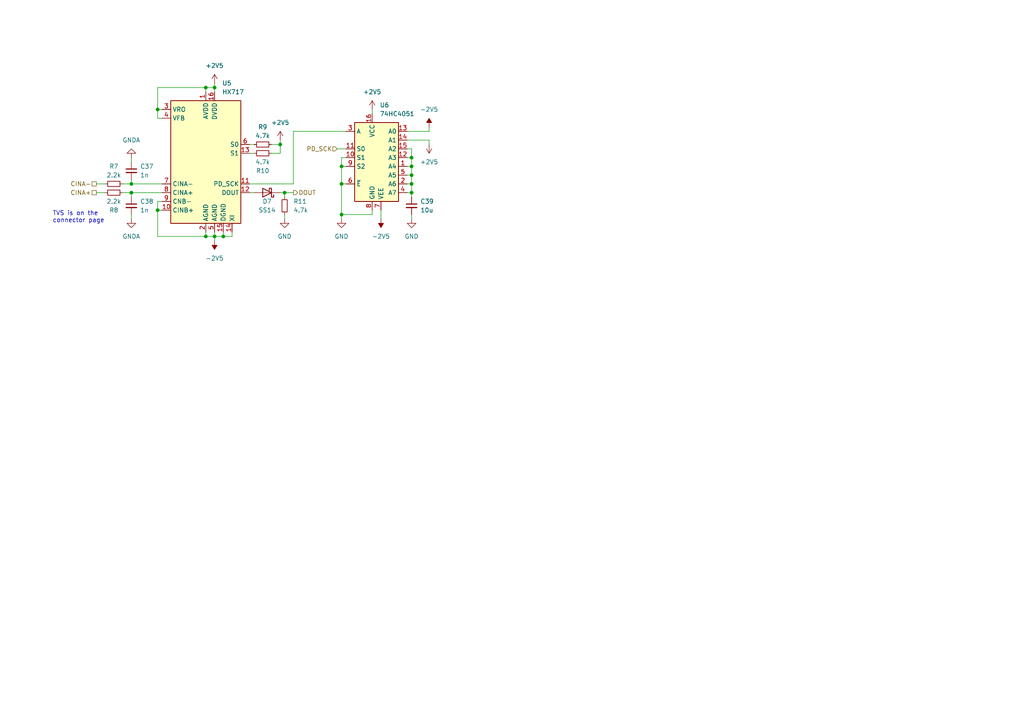
<source format=kicad_sch>
(kicad_sch (version 20230121) (generator eeschema)

  (uuid e1665626-cf12-4b5a-b27f-0015b0036956)

  (paper "A4")

  (title_block
    (title "ADC Sampling")
    (date "2024-01-01")
    (rev "2")
    (company "Yet Another AI Ltd.")
    (comment 1 "Proudly Designed by Shenghao (Delton) DING")
  )

  (lib_symbols
    (symbol "74xx:74HC4051" (in_bom yes) (on_board yes)
      (property "Reference" "U" (at -5.08 11.43 0)
        (effects (font (size 1.27 1.27)))
      )
      (property "Value" "74HC4051" (at -7.62 -13.97 0)
        (effects (font (size 1.27 1.27)))
      )
      (property "Footprint" "" (at 0 -10.16 0)
        (effects (font (size 1.27 1.27)) hide)
      )
      (property "Datasheet" "http://www.ti.com/lit/ds/symlink/cd74hc4051.pdf" (at 0 -10.16 0)
        (effects (font (size 1.27 1.27)) hide)
      )
      (property "ki_keywords" "HCMOS Multiplexer Demultiplexer Analog" (at 0 0 0)
        (effects (font (size 1.27 1.27)) hide)
      )
      (property "ki_description" "8-channel analog multiplexer/demultiplexer, DIP-16/SOIC-16/TSSOP-16" (at 0 0 0)
        (effects (font (size 1.27 1.27)) hide)
      )
      (property "ki_fp_filters" "DIP*W7.62mm* SOIC*3.9x9.9mm*P1.27mm* SOIC*5.3x10.2mm*P1.27mm* TSSOP*4.4x5mm*P0.65mm*" (at 0 0 0)
        (effects (font (size 1.27 1.27)) hide)
      )
      (symbol "74HC4051_0_1"
        (rectangle (start -5.08 10.16) (end 7.62 -12.7)
          (stroke (width 0.254) (type default))
          (fill (type background))
        )
      )
      (symbol "74HC4051_1_1"
        (pin passive line (at 10.16 -2.54 180) (length 2.54)
          (name "A4" (effects (font (size 1.27 1.27))))
          (number "1" (effects (font (size 1.27 1.27))))
        )
        (pin input line (at -7.62 0 0) (length 2.54)
          (name "S1" (effects (font (size 1.27 1.27))))
          (number "10" (effects (font (size 1.27 1.27))))
        )
        (pin input line (at -7.62 2.54 0) (length 2.54)
          (name "S0" (effects (font (size 1.27 1.27))))
          (number "11" (effects (font (size 1.27 1.27))))
        )
        (pin passive line (at 10.16 0 180) (length 2.54)
          (name "A3" (effects (font (size 1.27 1.27))))
          (number "12" (effects (font (size 1.27 1.27))))
        )
        (pin passive line (at 10.16 7.62 180) (length 2.54)
          (name "A0" (effects (font (size 1.27 1.27))))
          (number "13" (effects (font (size 1.27 1.27))))
        )
        (pin passive line (at 10.16 5.08 180) (length 2.54)
          (name "A1" (effects (font (size 1.27 1.27))))
          (number "14" (effects (font (size 1.27 1.27))))
        )
        (pin passive line (at 10.16 2.54 180) (length 2.54)
          (name "A2" (effects (font (size 1.27 1.27))))
          (number "15" (effects (font (size 1.27 1.27))))
        )
        (pin power_in line (at 0 12.7 270) (length 2.54)
          (name "VCC" (effects (font (size 1.27 1.27))))
          (number "16" (effects (font (size 1.27 1.27))))
        )
        (pin passive line (at 10.16 -7.62 180) (length 2.54)
          (name "A6" (effects (font (size 1.27 1.27))))
          (number "2" (effects (font (size 1.27 1.27))))
        )
        (pin passive line (at -7.62 7.62 0) (length 2.54)
          (name "A" (effects (font (size 1.27 1.27))))
          (number "3" (effects (font (size 1.27 1.27))))
        )
        (pin passive line (at 10.16 -10.16 180) (length 2.54)
          (name "A7" (effects (font (size 1.27 1.27))))
          (number "4" (effects (font (size 1.27 1.27))))
        )
        (pin passive line (at 10.16 -5.08 180) (length 2.54)
          (name "A5" (effects (font (size 1.27 1.27))))
          (number "5" (effects (font (size 1.27 1.27))))
        )
        (pin input line (at -7.62 -7.62 0) (length 2.54)
          (name "~{E}" (effects (font (size 1.27 1.27))))
          (number "6" (effects (font (size 1.27 1.27))))
        )
        (pin power_in line (at 2.54 -15.24 90) (length 2.54)
          (name "VEE" (effects (font (size 1.27 1.27))))
          (number "7" (effects (font (size 1.27 1.27))))
        )
        (pin power_in line (at 0 -15.24 90) (length 2.54)
          (name "GND" (effects (font (size 1.27 1.27))))
          (number "8" (effects (font (size 1.27 1.27))))
        )
        (pin input line (at -7.62 -2.54 0) (length 2.54)
          (name "S2" (effects (font (size 1.27 1.27))))
          (number "9" (effects (font (size 1.27 1.27))))
        )
      )
    )
    (symbol "Device:C_Small" (pin_numbers hide) (pin_names (offset 0.254) hide) (in_bom yes) (on_board yes)
      (property "Reference" "C" (at 0.254 1.778 0)
        (effects (font (size 1.27 1.27)) (justify left))
      )
      (property "Value" "C_Small" (at 0.254 -2.032 0)
        (effects (font (size 1.27 1.27)) (justify left))
      )
      (property "Footprint" "" (at 0 0 0)
        (effects (font (size 1.27 1.27)) hide)
      )
      (property "Datasheet" "~" (at 0 0 0)
        (effects (font (size 1.27 1.27)) hide)
      )
      (property "ki_keywords" "capacitor cap" (at 0 0 0)
        (effects (font (size 1.27 1.27)) hide)
      )
      (property "ki_description" "Unpolarized capacitor, small symbol" (at 0 0 0)
        (effects (font (size 1.27 1.27)) hide)
      )
      (property "ki_fp_filters" "C_*" (at 0 0 0)
        (effects (font (size 1.27 1.27)) hide)
      )
      (symbol "C_Small_0_1"
        (polyline
          (pts
            (xy -1.524 -0.508)
            (xy 1.524 -0.508)
          )
          (stroke (width 0.3302) (type default))
          (fill (type none))
        )
        (polyline
          (pts
            (xy -1.524 0.508)
            (xy 1.524 0.508)
          )
          (stroke (width 0.3048) (type default))
          (fill (type none))
        )
      )
      (symbol "C_Small_1_1"
        (pin passive line (at 0 2.54 270) (length 2.032)
          (name "~" (effects (font (size 1.27 1.27))))
          (number "1" (effects (font (size 1.27 1.27))))
        )
        (pin passive line (at 0 -2.54 90) (length 2.032)
          (name "~" (effects (font (size 1.27 1.27))))
          (number "2" (effects (font (size 1.27 1.27))))
        )
      )
    )
    (symbol "Device:D_Schottky" (pin_numbers hide) (pin_names (offset 1.016) hide) (in_bom yes) (on_board yes)
      (property "Reference" "D" (at 0 2.54 0)
        (effects (font (size 1.27 1.27)))
      )
      (property "Value" "D_Schottky" (at 0 -2.54 0)
        (effects (font (size 1.27 1.27)))
      )
      (property "Footprint" "" (at 0 0 0)
        (effects (font (size 1.27 1.27)) hide)
      )
      (property "Datasheet" "~" (at 0 0 0)
        (effects (font (size 1.27 1.27)) hide)
      )
      (property "ki_keywords" "diode Schottky" (at 0 0 0)
        (effects (font (size 1.27 1.27)) hide)
      )
      (property "ki_description" "Schottky diode" (at 0 0 0)
        (effects (font (size 1.27 1.27)) hide)
      )
      (property "ki_fp_filters" "TO-???* *_Diode_* *SingleDiode* D_*" (at 0 0 0)
        (effects (font (size 1.27 1.27)) hide)
      )
      (symbol "D_Schottky_0_1"
        (polyline
          (pts
            (xy 1.27 0)
            (xy -1.27 0)
          )
          (stroke (width 0) (type default))
          (fill (type none))
        )
        (polyline
          (pts
            (xy 1.27 1.27)
            (xy 1.27 -1.27)
            (xy -1.27 0)
            (xy 1.27 1.27)
          )
          (stroke (width 0.254) (type default))
          (fill (type none))
        )
        (polyline
          (pts
            (xy -1.905 0.635)
            (xy -1.905 1.27)
            (xy -1.27 1.27)
            (xy -1.27 -1.27)
            (xy -0.635 -1.27)
            (xy -0.635 -0.635)
          )
          (stroke (width 0.254) (type default))
          (fill (type none))
        )
      )
      (symbol "D_Schottky_1_1"
        (pin passive line (at -3.81 0 0) (length 2.54)
          (name "K" (effects (font (size 1.27 1.27))))
          (number "1" (effects (font (size 1.27 1.27))))
        )
        (pin passive line (at 3.81 0 180) (length 2.54)
          (name "A" (effects (font (size 1.27 1.27))))
          (number "2" (effects (font (size 1.27 1.27))))
        )
      )
    )
    (symbol "Device:R_Small" (pin_numbers hide) (pin_names (offset 0.254) hide) (in_bom yes) (on_board yes)
      (property "Reference" "R" (at 0.762 0.508 0)
        (effects (font (size 1.27 1.27)) (justify left))
      )
      (property "Value" "R_Small" (at 0.762 -1.016 0)
        (effects (font (size 1.27 1.27)) (justify left))
      )
      (property "Footprint" "" (at 0 0 0)
        (effects (font (size 1.27 1.27)) hide)
      )
      (property "Datasheet" "~" (at 0 0 0)
        (effects (font (size 1.27 1.27)) hide)
      )
      (property "ki_keywords" "R resistor" (at 0 0 0)
        (effects (font (size 1.27 1.27)) hide)
      )
      (property "ki_description" "Resistor, small symbol" (at 0 0 0)
        (effects (font (size 1.27 1.27)) hide)
      )
      (property "ki_fp_filters" "R_*" (at 0 0 0)
        (effects (font (size 1.27 1.27)) hide)
      )
      (symbol "R_Small_0_1"
        (rectangle (start -0.762 1.778) (end 0.762 -1.778)
          (stroke (width 0.2032) (type default))
          (fill (type none))
        )
      )
      (symbol "R_Small_1_1"
        (pin passive line (at 0 2.54 270) (length 0.762)
          (name "~" (effects (font (size 1.27 1.27))))
          (number "1" (effects (font (size 1.27 1.27))))
        )
        (pin passive line (at 0 -2.54 90) (length 0.762)
          (name "~" (effects (font (size 1.27 1.27))))
          (number "2" (effects (font (size 1.27 1.27))))
        )
      )
    )
    (symbol "power:+2V5" (power) (pin_names (offset 0)) (in_bom yes) (on_board yes)
      (property "Reference" "#PWR" (at 0 -3.81 0)
        (effects (font (size 1.27 1.27)) hide)
      )
      (property "Value" "+2V5" (at 0 3.556 0)
        (effects (font (size 1.27 1.27)))
      )
      (property "Footprint" "" (at 0 0 0)
        (effects (font (size 1.27 1.27)) hide)
      )
      (property "Datasheet" "" (at 0 0 0)
        (effects (font (size 1.27 1.27)) hide)
      )
      (property "ki_keywords" "global power" (at 0 0 0)
        (effects (font (size 1.27 1.27)) hide)
      )
      (property "ki_description" "Power symbol creates a global label with name \"+2V5\"" (at 0 0 0)
        (effects (font (size 1.27 1.27)) hide)
      )
      (symbol "+2V5_0_1"
        (polyline
          (pts
            (xy -0.762 1.27)
            (xy 0 2.54)
          )
          (stroke (width 0) (type default))
          (fill (type none))
        )
        (polyline
          (pts
            (xy 0 0)
            (xy 0 2.54)
          )
          (stroke (width 0) (type default))
          (fill (type none))
        )
        (polyline
          (pts
            (xy 0 2.54)
            (xy 0.762 1.27)
          )
          (stroke (width 0) (type default))
          (fill (type none))
        )
      )
      (symbol "+2V5_1_1"
        (pin power_in line (at 0 0 90) (length 0) hide
          (name "+2V5" (effects (font (size 1.27 1.27))))
          (number "1" (effects (font (size 1.27 1.27))))
        )
      )
    )
    (symbol "power:-2V5" (power) (pin_names (offset 0)) (in_bom yes) (on_board yes)
      (property "Reference" "#PWR" (at 0 2.54 0)
        (effects (font (size 1.27 1.27)) hide)
      )
      (property "Value" "-2V5" (at 0 3.81 0)
        (effects (font (size 1.27 1.27)))
      )
      (property "Footprint" "" (at 0 0 0)
        (effects (font (size 1.27 1.27)) hide)
      )
      (property "Datasheet" "" (at 0 0 0)
        (effects (font (size 1.27 1.27)) hide)
      )
      (property "ki_keywords" "global power" (at 0 0 0)
        (effects (font (size 1.27 1.27)) hide)
      )
      (property "ki_description" "Power symbol creates a global label with name \"-2V5\"" (at 0 0 0)
        (effects (font (size 1.27 1.27)) hide)
      )
      (symbol "-2V5_0_0"
        (pin power_in line (at 0 0 90) (length 0) hide
          (name "-2V5" (effects (font (size 1.27 1.27))))
          (number "1" (effects (font (size 1.27 1.27))))
        )
      )
      (symbol "-2V5_0_1"
        (polyline
          (pts
            (xy 0 0)
            (xy 0 1.27)
            (xy 0.762 1.27)
            (xy 0 2.54)
            (xy -0.762 1.27)
            (xy 0 1.27)
          )
          (stroke (width 0) (type default))
          (fill (type outline))
        )
      )
    )
    (symbol "power:GND" (power) (pin_names (offset 0)) (in_bom yes) (on_board yes)
      (property "Reference" "#PWR" (at 0 -6.35 0)
        (effects (font (size 1.27 1.27)) hide)
      )
      (property "Value" "GND" (at 0 -3.81 0)
        (effects (font (size 1.27 1.27)))
      )
      (property "Footprint" "" (at 0 0 0)
        (effects (font (size 1.27 1.27)) hide)
      )
      (property "Datasheet" "" (at 0 0 0)
        (effects (font (size 1.27 1.27)) hide)
      )
      (property "ki_keywords" "global power" (at 0 0 0)
        (effects (font (size 1.27 1.27)) hide)
      )
      (property "ki_description" "Power symbol creates a global label with name \"GND\" , ground" (at 0 0 0)
        (effects (font (size 1.27 1.27)) hide)
      )
      (symbol "GND_0_1"
        (polyline
          (pts
            (xy 0 0)
            (xy 0 -1.27)
            (xy 1.27 -1.27)
            (xy 0 -2.54)
            (xy -1.27 -1.27)
            (xy 0 -1.27)
          )
          (stroke (width 0) (type default))
          (fill (type none))
        )
      )
      (symbol "GND_1_1"
        (pin power_in line (at 0 0 270) (length 0) hide
          (name "GND" (effects (font (size 1.27 1.27))))
          (number "1" (effects (font (size 1.27 1.27))))
        )
      )
    )
    (symbol "power:GNDA" (power) (pin_names (offset 0)) (in_bom yes) (on_board yes)
      (property "Reference" "#PWR" (at 0 -6.35 0)
        (effects (font (size 1.27 1.27)) hide)
      )
      (property "Value" "GNDA" (at 0 -3.81 0)
        (effects (font (size 1.27 1.27)))
      )
      (property "Footprint" "" (at 0 0 0)
        (effects (font (size 1.27 1.27)) hide)
      )
      (property "Datasheet" "" (at 0 0 0)
        (effects (font (size 1.27 1.27)) hide)
      )
      (property "ki_keywords" "global power" (at 0 0 0)
        (effects (font (size 1.27 1.27)) hide)
      )
      (property "ki_description" "Power symbol creates a global label with name \"GNDA\" , analog ground" (at 0 0 0)
        (effects (font (size 1.27 1.27)) hide)
      )
      (symbol "GNDA_0_1"
        (polyline
          (pts
            (xy 0 0)
            (xy 0 -1.27)
            (xy 1.27 -1.27)
            (xy 0 -2.54)
            (xy -1.27 -1.27)
            (xy 0 -1.27)
          )
          (stroke (width 0) (type default))
          (fill (type none))
        )
      )
      (symbol "GNDA_1_1"
        (pin power_in line (at 0 0 270) (length 0) hide
          (name "GNDA" (effects (font (size 1.27 1.27))))
          (number "1" (effects (font (size 1.27 1.27))))
        )
      )
    )
    (symbol "project:HX717" (in_bom yes) (on_board yes)
      (property "Reference" "U" (at -10.16 18.415 0)
        (effects (font (size 1.27 1.27)) (justify left bottom))
      )
      (property "Value" "HX717 " (at 10.16 18.415 0)
        (effects (font (size 1.27 1.27)) (justify right bottom))
      )
      (property "Footprint" "Package_SO:SOP-16_4.55x10.3mm_P1.27mm" (at 0 0 0)
        (effects (font (size 1.27 1.27)) hide)
      )
      (property "Datasheet" "https://item.szlcsc.com/3348863.html" (at 0 0 0)
        (effects (font (size 1.27 1.27)) hide)
      )
      (property "ki_keywords" "adc cdc capacitance" (at 0 0 0)
        (effects (font (size 1.27 1.27)) hide)
      )
      (property "ki_fp_filters" "TSSOP*4.4x5mm*P0.65mm*" (at 0 0 0)
        (effects (font (size 1.27 1.27)) hide)
      )
      (symbol "HX717_0_1"
        (rectangle (start -10.16 17.78) (end 10.16 -17.78)
          (stroke (width 0.254) (type default))
          (fill (type background))
        )
      )
      (symbol "HX717_1_1"
        (pin power_in line (at 0 20.32 270) (length 2.54)
          (name "AVDD" (effects (font (size 1.27 1.27))))
          (number "1" (effects (font (size 1.27 1.27))))
        )
        (pin passive line (at -12.7 -13.97 0) (length 2.54)
          (name "CINB+" (effects (font (size 1.27 1.27))))
          (number "10" (effects (font (size 1.27 1.27))))
        )
        (pin input line (at 12.7 -6.35 180) (length 2.54)
          (name "PD_SCK" (effects (font (size 1.27 1.27))))
          (number "11" (effects (font (size 1.27 1.27))))
        )
        (pin output line (at 12.7 -8.89 180) (length 2.54)
          (name "DOUT" (effects (font (size 1.27 1.27))))
          (number "12" (effects (font (size 1.27 1.27))))
        )
        (pin input line (at 12.7 2.54 180) (length 2.54)
          (name "S1" (effects (font (size 1.27 1.27))))
          (number "13" (effects (font (size 1.27 1.27))))
        )
        (pin input line (at 7.62 -20.32 90) (length 2.54)
          (name "XI" (effects (font (size 1.27 1.27))))
          (number "14" (effects (font (size 1.27 1.27))))
        )
        (pin power_in line (at 5.08 -20.32 90) (length 2.54)
          (name "DGND" (effects (font (size 1.27 1.27))))
          (number "15" (effects (font (size 1.27 1.27))))
        )
        (pin power_in line (at 2.54 20.32 270) (length 2.54)
          (name "DVDD" (effects (font (size 1.27 1.27))))
          (number "16" (effects (font (size 1.27 1.27))))
        )
        (pin power_in line (at 0 -20.32 90) (length 2.54)
          (name "AGND" (effects (font (size 1.27 1.27))))
          (number "2" (effects (font (size 1.27 1.27))))
        )
        (pin power_in line (at -12.7 15.24 0) (length 2.54)
          (name "VRO" (effects (font (size 1.27 1.27))))
          (number "3" (effects (font (size 1.27 1.27))))
        )
        (pin input line (at -12.7 12.7 0) (length 2.54)
          (name "VFB" (effects (font (size 1.27 1.27))))
          (number "4" (effects (font (size 1.27 1.27))))
        )
        (pin power_in line (at 2.54 -20.32 90) (length 2.54)
          (name "AGND" (effects (font (size 1.27 1.27))))
          (number "5" (effects (font (size 1.27 1.27))))
        )
        (pin input line (at 12.7 5.08 180) (length 2.54)
          (name "S0" (effects (font (size 1.27 1.27))))
          (number "6" (effects (font (size 1.27 1.27))))
        )
        (pin passive line (at -12.7 -6.35 0) (length 2.54)
          (name "CINA-" (effects (font (size 1.27 1.27))))
          (number "7" (effects (font (size 1.27 1.27))))
        )
        (pin passive line (at -12.7 -8.89 0) (length 2.54)
          (name "CINA+" (effects (font (size 1.27 1.27))))
          (number "8" (effects (font (size 1.27 1.27))))
        )
        (pin passive line (at -12.7 -11.43 0) (length 2.54)
          (name "CNB-" (effects (font (size 1.27 1.27))))
          (number "9" (effects (font (size 1.27 1.27))))
        )
      )
    )
  )

  (junction (at 119.38 53.34) (diameter 0) (color 0 0 0 0)
    (uuid 0811d5aa-eb32-43b3-83ef-f12a2b86faa8)
  )
  (junction (at 45.72 60.96) (diameter 0) (color 0 0 0 0)
    (uuid 08dfdd9a-a2c2-4bf2-be43-756bc6dd085e)
  )
  (junction (at 99.06 48.26) (diameter 0) (color 0 0 0 0)
    (uuid 1eb3f4ad-1da6-416d-9429-ccf3ce0d91f2)
  )
  (junction (at 38.1 53.34) (diameter 0) (color 0 0 0 0)
    (uuid 217e3aad-ef3d-4d42-a223-5b327eb26de2)
  )
  (junction (at 64.77 68.58) (diameter 0) (color 0 0 0 0)
    (uuid 23785bdb-9c3f-4017-bc0e-fee00471bf99)
  )
  (junction (at 119.38 45.72) (diameter 0) (color 0 0 0 0)
    (uuid 425f778c-b0df-46cb-b981-180aacb0e542)
  )
  (junction (at 119.38 48.26) (diameter 0) (color 0 0 0 0)
    (uuid 473e88ca-f0a6-4a3e-8f76-25dcfd83cc0d)
  )
  (junction (at 62.23 68.58) (diameter 0) (color 0 0 0 0)
    (uuid 48675226-1e1a-4a0c-a6e8-9c8afc17d6be)
  )
  (junction (at 82.55 55.88) (diameter 0) (color 0 0 0 0)
    (uuid 4c650ec4-7bce-4fef-b302-c546a4689270)
  )
  (junction (at 99.06 53.34) (diameter 0) (color 0 0 0 0)
    (uuid 53cdf4c3-bce8-4d44-b3fd-1e7c1c727f39)
  )
  (junction (at 45.72 31.75) (diameter 0) (color 0 0 0 0)
    (uuid 56a27093-b5bc-4b60-a375-5e9703622207)
  )
  (junction (at 81.28 41.91) (diameter 0) (color 0 0 0 0)
    (uuid 7e2cb658-e59e-4d61-990b-26599a24a407)
  )
  (junction (at 59.69 25.4) (diameter 0) (color 0 0 0 0)
    (uuid 85c5b7e5-4719-4152-8bad-992f2d066ab6)
  )
  (junction (at 62.23 25.4) (diameter 0) (color 0 0 0 0)
    (uuid 9604a5b4-c82c-4416-a2d2-e3f0ffddc812)
  )
  (junction (at 99.06 62.23) (diameter 0) (color 0 0 0 0)
    (uuid c12e394b-0af7-4017-9370-27de1e78ff8c)
  )
  (junction (at 119.38 50.8) (diameter 0) (color 0 0 0 0)
    (uuid c71cbe9b-9b0c-4308-b9e9-655e8aad3557)
  )
  (junction (at 38.1 55.88) (diameter 0) (color 0 0 0 0)
    (uuid d9ca68b8-482d-41e1-a82f-48d6d8772404)
  )
  (junction (at 59.69 68.58) (diameter 0) (color 0 0 0 0)
    (uuid e1d1f5a5-9637-41a9-98a2-2116d15027dd)
  )
  (junction (at 119.38 55.88) (diameter 0) (color 0 0 0 0)
    (uuid ee10d345-056d-40ca-9184-2c7106a8db4f)
  )

  (wire (pts (xy 118.11 55.88) (xy 119.38 55.88))
    (stroke (width 0) (type default))
    (uuid 03e2834f-9f86-4792-9b22-f2b43810bafb)
  )
  (wire (pts (xy 82.55 55.88) (xy 82.55 57.15))
    (stroke (width 0) (type default))
    (uuid 03f89dc7-3c96-4848-a184-6b271fe98165)
  )
  (wire (pts (xy 67.31 67.31) (xy 67.31 68.58))
    (stroke (width 0) (type default))
    (uuid 0735e8fb-ecc2-46d3-b328-b988ab06e7b8)
  )
  (wire (pts (xy 38.1 53.34) (xy 46.99 53.34))
    (stroke (width 0) (type default))
    (uuid 0b87cbf1-d832-4517-9484-45c0a07061cc)
  )
  (wire (pts (xy 99.06 63.5) (xy 99.06 62.23))
    (stroke (width 0) (type default))
    (uuid 0efb403b-44d3-4ff3-a6da-94ced6247ebb)
  )
  (wire (pts (xy 107.95 62.23) (xy 107.95 60.96))
    (stroke (width 0) (type default))
    (uuid 1060aa2c-a0d2-4b85-b985-0c3aef0cbd1c)
  )
  (wire (pts (xy 46.99 34.29) (xy 45.72 34.29))
    (stroke (width 0) (type default))
    (uuid 12ac6446-ed0c-44ea-b084-a648ca5137f3)
  )
  (wire (pts (xy 38.1 62.23) (xy 38.1 63.5))
    (stroke (width 0) (type default))
    (uuid 1973f9ae-0201-4cf1-90c8-29d52c371ec3)
  )
  (wire (pts (xy 45.72 68.58) (xy 59.69 68.58))
    (stroke (width 0) (type default))
    (uuid 2458a26c-ac5d-4877-9a08-25d5dc52a4e5)
  )
  (wire (pts (xy 73.66 55.88) (xy 72.39 55.88))
    (stroke (width 0) (type default))
    (uuid 25388311-cca7-49d5-af84-d72922873c88)
  )
  (wire (pts (xy 35.56 55.88) (xy 38.1 55.88))
    (stroke (width 0) (type default))
    (uuid 25afe8fb-a5f4-41d8-bd14-23dec272be57)
  )
  (wire (pts (xy 38.1 55.88) (xy 38.1 57.15))
    (stroke (width 0) (type default))
    (uuid 2662056a-19df-4314-a1c0-b91f91817d55)
  )
  (wire (pts (xy 85.09 38.1) (xy 85.09 53.34))
    (stroke (width 0) (type default))
    (uuid 27ca3001-96ae-4d3b-a0d6-0d01f659e8c3)
  )
  (wire (pts (xy 81.28 55.88) (xy 82.55 55.88))
    (stroke (width 0) (type default))
    (uuid 2a2ba780-5289-454d-a6df-b69c21f76ad2)
  )
  (wire (pts (xy 45.72 60.96) (xy 46.99 60.96))
    (stroke (width 0) (type default))
    (uuid 2b95d645-38a4-4b2e-8f2f-fa6fb5dd4fa8)
  )
  (wire (pts (xy 85.09 53.34) (xy 72.39 53.34))
    (stroke (width 0) (type default))
    (uuid 2e74d18b-e066-48c0-aad5-8488fae8e77e)
  )
  (wire (pts (xy 99.06 48.26) (xy 99.06 53.34))
    (stroke (width 0) (type default))
    (uuid 33f10c4b-eaf1-46f8-9e83-33816b46fef0)
  )
  (wire (pts (xy 99.06 53.34) (xy 99.06 62.23))
    (stroke (width 0) (type default))
    (uuid 37b9187b-036f-4007-b932-f3e87c5c3f08)
  )
  (wire (pts (xy 62.23 24.13) (xy 62.23 25.4))
    (stroke (width 0) (type default))
    (uuid 409b6494-74c0-4d6c-bc79-a9d5c0a51c9c)
  )
  (wire (pts (xy 59.69 25.4) (xy 45.72 25.4))
    (stroke (width 0) (type default))
    (uuid 425f5f70-0a6c-401a-800b-e2a74fe14aef)
  )
  (wire (pts (xy 45.72 34.29) (xy 45.72 31.75))
    (stroke (width 0) (type default))
    (uuid 43e8e79b-56bd-4d2c-a844-ad169b34faa9)
  )
  (wire (pts (xy 38.1 55.88) (xy 46.99 55.88))
    (stroke (width 0) (type default))
    (uuid 4597c2c7-082b-425a-b737-9a7b68f2cdbd)
  )
  (wire (pts (xy 107.95 31.75) (xy 107.95 33.02))
    (stroke (width 0) (type default))
    (uuid 4969c5ab-daae-43dc-ba12-d46c0ff033d5)
  )
  (wire (pts (xy 118.11 50.8) (xy 119.38 50.8))
    (stroke (width 0) (type default))
    (uuid 4e24a383-28ec-460f-abfd-3bf1ee2afa86)
  )
  (wire (pts (xy 45.72 25.4) (xy 45.72 31.75))
    (stroke (width 0) (type default))
    (uuid 59e35b18-bf29-42c3-8772-7ab832100654)
  )
  (wire (pts (xy 119.38 55.88) (xy 119.38 53.34))
    (stroke (width 0) (type default))
    (uuid 5a67a091-df49-4755-8d87-9c55a5bb495a)
  )
  (wire (pts (xy 46.99 58.42) (xy 45.72 58.42))
    (stroke (width 0) (type default))
    (uuid 6451de21-8ef0-4aa7-8a89-73ff769cfc56)
  )
  (wire (pts (xy 100.33 45.72) (xy 99.06 45.72))
    (stroke (width 0) (type default))
    (uuid 6556645a-8405-48ad-af20-e02c1781a6d6)
  )
  (wire (pts (xy 59.69 67.31) (xy 59.69 68.58))
    (stroke (width 0) (type default))
    (uuid 6bb28733-ffab-44bd-a1ec-35f55fd7e380)
  )
  (wire (pts (xy 100.33 53.34) (xy 99.06 53.34))
    (stroke (width 0) (type default))
    (uuid 6d684373-c2d6-477d-870c-a8d0dbfa88df)
  )
  (wire (pts (xy 72.39 44.45) (xy 73.66 44.45))
    (stroke (width 0) (type default))
    (uuid 6de796d9-011f-4341-8c45-9cd2dcd4556e)
  )
  (wire (pts (xy 59.69 68.58) (xy 62.23 68.58))
    (stroke (width 0) (type default))
    (uuid 7421bf7c-c8f6-4f4c-86dc-c281d84d2c00)
  )
  (wire (pts (xy 118.11 53.34) (xy 119.38 53.34))
    (stroke (width 0) (type default))
    (uuid 76500948-9317-4d91-8ad4-1183fdcd0ba9)
  )
  (wire (pts (xy 78.74 44.45) (xy 81.28 44.45))
    (stroke (width 0) (type default))
    (uuid 773a4b52-0550-4d09-9c65-8961db4a5d9c)
  )
  (wire (pts (xy 62.23 67.31) (xy 62.23 68.58))
    (stroke (width 0) (type default))
    (uuid 7b74a45b-b794-48b8-b348-f5e60cb0f4bf)
  )
  (wire (pts (xy 124.46 38.1) (xy 124.46 36.83))
    (stroke (width 0) (type default))
    (uuid 7d465d95-85a5-44b9-b0d2-10f8ff136fa3)
  )
  (wire (pts (xy 67.31 68.58) (xy 64.77 68.58))
    (stroke (width 0) (type default))
    (uuid 8a461e0e-e807-454d-b925-ba6bc6ee3631)
  )
  (wire (pts (xy 118.11 45.72) (xy 119.38 45.72))
    (stroke (width 0) (type default))
    (uuid 8e114b0b-7d31-48d3-abcb-8dacb7500b8b)
  )
  (wire (pts (xy 46.99 31.75) (xy 45.72 31.75))
    (stroke (width 0) (type default))
    (uuid 8fc2250a-fd36-477d-9c81-183a8078fd5e)
  )
  (wire (pts (xy 81.28 41.91) (xy 81.28 40.64))
    (stroke (width 0) (type default))
    (uuid 920c28e6-7f9c-4be7-99e2-317697e2f9c9)
  )
  (wire (pts (xy 45.72 58.42) (xy 45.72 60.96))
    (stroke (width 0) (type default))
    (uuid 93e5e22e-852d-4585-8ed5-aeeb534c29c8)
  )
  (wire (pts (xy 97.79 43.18) (xy 100.33 43.18))
    (stroke (width 0) (type default))
    (uuid 961ed8bb-688f-4dab-a810-2c083f8ab957)
  )
  (wire (pts (xy 118.11 40.64) (xy 124.46 40.64))
    (stroke (width 0) (type default))
    (uuid 9b94a1a9-e54a-48c0-b08d-a64844c0b261)
  )
  (wire (pts (xy 45.72 60.96) (xy 45.72 68.58))
    (stroke (width 0) (type default))
    (uuid 9c9fe253-b8b0-4d57-b6b9-9794c13c9407)
  )
  (wire (pts (xy 119.38 45.72) (xy 119.38 43.18))
    (stroke (width 0) (type default))
    (uuid 9d9faca7-4b7c-4ed0-bc94-21a9f1b29286)
  )
  (wire (pts (xy 27.94 53.34) (xy 30.48 53.34))
    (stroke (width 0) (type default))
    (uuid 9e69afa3-a1cb-4086-a42f-781e85871844)
  )
  (wire (pts (xy 62.23 68.58) (xy 64.77 68.58))
    (stroke (width 0) (type default))
    (uuid 9eadff81-d6ca-444e-a5df-6f0841aab41c)
  )
  (wire (pts (xy 118.11 38.1) (xy 124.46 38.1))
    (stroke (width 0) (type default))
    (uuid 9f4a32f6-65d1-4839-ab6b-9d555a6d9d63)
  )
  (wire (pts (xy 81.28 44.45) (xy 81.28 41.91))
    (stroke (width 0) (type default))
    (uuid a01941be-6177-4494-be58-494969c6ce76)
  )
  (wire (pts (xy 35.56 53.34) (xy 38.1 53.34))
    (stroke (width 0) (type default))
    (uuid a0c16e0d-21ce-4fc3-8931-7a443559eed1)
  )
  (wire (pts (xy 59.69 25.4) (xy 59.69 26.67))
    (stroke (width 0) (type default))
    (uuid a859a9e9-05a8-4aa0-a93b-405db9dad888)
  )
  (wire (pts (xy 82.55 62.23) (xy 82.55 63.5))
    (stroke (width 0) (type default))
    (uuid a951fa8d-6497-47c2-b960-a23bef131f6b)
  )
  (wire (pts (xy 119.38 48.26) (xy 119.38 45.72))
    (stroke (width 0) (type default))
    (uuid a9d20db5-f759-4b60-9307-fa5cced87145)
  )
  (wire (pts (xy 99.06 62.23) (xy 107.95 62.23))
    (stroke (width 0) (type default))
    (uuid aaf547aa-8594-4f0a-aa81-0b4eea849e9d)
  )
  (wire (pts (xy 110.49 60.96) (xy 110.49 63.5))
    (stroke (width 0) (type default))
    (uuid ad6a0d49-ec85-42cd-8d6e-a8fbfd36c5c9)
  )
  (wire (pts (xy 119.38 57.15) (xy 119.38 55.88))
    (stroke (width 0) (type default))
    (uuid b634a1f6-763b-4bca-b4cc-1d17bccf5728)
  )
  (wire (pts (xy 38.1 52.07) (xy 38.1 53.34))
    (stroke (width 0) (type default))
    (uuid c3671721-2f84-4107-8cd5-73a8b6824fb8)
  )
  (wire (pts (xy 99.06 45.72) (xy 99.06 48.26))
    (stroke (width 0) (type default))
    (uuid c673d227-b0c7-4aed-86ed-ac0b9744d94d)
  )
  (wire (pts (xy 62.23 25.4) (xy 62.23 26.67))
    (stroke (width 0) (type default))
    (uuid c9ac5343-8207-4660-ae69-616ea1584ab2)
  )
  (wire (pts (xy 119.38 43.18) (xy 118.11 43.18))
    (stroke (width 0) (type default))
    (uuid d07e9cd8-6afe-4b57-ad16-188b13318e9c)
  )
  (wire (pts (xy 64.77 68.58) (xy 64.77 67.31))
    (stroke (width 0) (type default))
    (uuid d45e2630-8122-4b1d-bf7f-e5b765fad6fd)
  )
  (wire (pts (xy 124.46 40.64) (xy 124.46 41.91))
    (stroke (width 0) (type default))
    (uuid db3ccde1-236f-40e8-9541-ddf70a55cd24)
  )
  (wire (pts (xy 119.38 53.34) (xy 119.38 50.8))
    (stroke (width 0) (type default))
    (uuid db921618-ec4f-4a19-b47f-9ccb660a1e5b)
  )
  (wire (pts (xy 119.38 50.8) (xy 119.38 48.26))
    (stroke (width 0) (type default))
    (uuid dc1c234f-d1da-4b66-b4cc-52200d7e183d)
  )
  (wire (pts (xy 38.1 45.72) (xy 38.1 46.99))
    (stroke (width 0) (type default))
    (uuid dddf244a-959e-4dce-8ecb-d53be3110468)
  )
  (wire (pts (xy 62.23 69.85) (xy 62.23 68.58))
    (stroke (width 0) (type default))
    (uuid e095b350-f9b1-4654-aab7-88ab4902c3b8)
  )
  (wire (pts (xy 59.69 25.4) (xy 62.23 25.4))
    (stroke (width 0) (type default))
    (uuid e6506b22-c9f3-4d66-937b-9bc070111a9f)
  )
  (wire (pts (xy 99.06 48.26) (xy 100.33 48.26))
    (stroke (width 0) (type default))
    (uuid e656d3e5-3e7a-4828-acc2-d318aa4e1ecb)
  )
  (wire (pts (xy 78.74 41.91) (xy 81.28 41.91))
    (stroke (width 0) (type default))
    (uuid edfe96a8-ae84-4cbd-a2de-2374f1dc22fc)
  )
  (wire (pts (xy 118.11 48.26) (xy 119.38 48.26))
    (stroke (width 0) (type default))
    (uuid f13bb606-179a-4b0c-997b-994bf516134d)
  )
  (wire (pts (xy 72.39 41.91) (xy 73.66 41.91))
    (stroke (width 0) (type default))
    (uuid f4eefb16-3fdc-43e3-8854-f6ece0aa0c73)
  )
  (wire (pts (xy 100.33 38.1) (xy 85.09 38.1))
    (stroke (width 0) (type default))
    (uuid fb0a0cb8-30db-420d-8999-a6c6a2409413)
  )
  (wire (pts (xy 27.94 55.88) (xy 30.48 55.88))
    (stroke (width 0) (type default))
    (uuid fb649c0e-c9ae-4a77-baf0-126972d65b25)
  )
  (wire (pts (xy 119.38 62.23) (xy 119.38 63.5))
    (stroke (width 0) (type default))
    (uuid fc0fb03c-69af-4c48-b566-ff8fb739aa73)
  )
  (wire (pts (xy 82.55 55.88) (xy 85.09 55.88))
    (stroke (width 0) (type default))
    (uuid fe261f6c-7d9d-4c4d-930a-0472ee2451e6)
  )

  (text "TVS is on the\nconnector page" (at 15.24 64.77 0)
    (effects (font (size 1.27 1.27)) (justify left bottom))
    (uuid 3414a96b-8e19-4907-b3a3-1dda7cda10ea)
  )

  (hierarchical_label "CINA-" (shape passive) (at 27.94 53.34 180) (fields_autoplaced)
    (effects (font (size 1.27 1.27)) (justify right))
    (uuid 04bcfc37-f9bb-4a9f-80cf-1e68bd8a016a)
  )
  (hierarchical_label "CINA+" (shape passive) (at 27.94 55.88 180) (fields_autoplaced)
    (effects (font (size 1.27 1.27)) (justify right))
    (uuid 2b683d0e-6f36-47e0-8bd8-96a905ee601a)
  )
  (hierarchical_label "DOUT" (shape output) (at 85.09 55.88 0) (fields_autoplaced)
    (effects (font (size 1.27 1.27)) (justify left))
    (uuid 5ce70bb8-1a97-4f16-b6ae-a6f2c6cad39f)
  )
  (hierarchical_label "PD_SCK" (shape input) (at 97.79 43.18 180) (fields_autoplaced)
    (effects (font (size 1.27 1.27)) (justify right))
    (uuid 888273dc-9f0b-446e-8805-83074ebfa3e2)
  )

  (symbol (lib_id "power:GND") (at 119.38 63.5 0) (mirror y) (unit 1)
    (in_bom yes) (on_board yes) (dnp no) (fields_autoplaced)
    (uuid 05373779-322f-403a-a426-66a920c108d0)
    (property "Reference" "#PWR055" (at 119.38 69.85 0)
      (effects (font (size 1.27 1.27)) hide)
    )
    (property "Value" "GND" (at 119.38 68.58 0)
      (effects (font (size 1.27 1.27)))
    )
    (property "Footprint" "" (at 119.38 63.5 0)
      (effects (font (size 1.27 1.27)) hide)
    )
    (property "Datasheet" "" (at 119.38 63.5 0)
      (effects (font (size 1.27 1.27)) hide)
    )
    (pin "1" (uuid 7a735e91-e614-4a36-9e4b-39ee235cf811))
    (instances
      (project "yeg"
        (path "/604583a6-ca13-4149-8bee-f0d87eb4e654/d00971fe-2c6b-418e-afc0-a21e0be0fe44"
          (reference "#PWR055") (unit 1)
        )
      )
    )
  )

  (symbol (lib_id "74xx:74HC4051") (at 107.95 45.72 0) (unit 1)
    (in_bom yes) (on_board yes) (dnp no)
    (uuid 0684c3f7-efb4-45fe-a602-55ecb607175a)
    (property "Reference" "U6" (at 110.1441 30.48 0)
      (effects (font (size 1.27 1.27)) (justify left))
    )
    (property "Value" "74HC4051" (at 110.1441 33.02 0)
      (effects (font (size 1.27 1.27)) (justify left))
    )
    (property "Footprint" "Package_SO:SOP-16_3.9x9.9mm_P1.27mm" (at 107.95 55.88 0)
      (effects (font (size 1.27 1.27)) hide)
    )
    (property "Datasheet" "http://www.ti.com/lit/ds/symlink/cd74hc4051.pdf" (at 107.95 55.88 0)
      (effects (font (size 1.27 1.27)) hide)
    )
    (property "LCSC Number" "C507180" (at 107.95 45.72 0)
      (effects (font (size 1.27 1.27)) hide)
    )
    (pin "2" (uuid 1d77a9f0-ba72-4e5e-b822-12fc1363961a))
    (pin "11" (uuid cf15a5e0-5048-47e5-b5a1-8d20428deb43))
    (pin "13" (uuid 0878a8cd-94cd-475e-ae6d-e3ac726ecada))
    (pin "15" (uuid a56288e7-2c49-41c5-b059-a787ee9c2db4))
    (pin "16" (uuid 31a1882e-ccda-42fe-af7f-e819cfebe211))
    (pin "4" (uuid 37f0b43f-d561-4638-8b40-e2877d71ed48))
    (pin "8" (uuid 4f8bb395-0e5c-4ef3-bfa6-6ec0f469d0bd))
    (pin "14" (uuid 5d8f1981-981f-4fde-b263-86cd1c6a1789))
    (pin "5" (uuid d5dbf465-83a8-4819-8c8e-88c7f5a91841))
    (pin "6" (uuid 3642ce0b-f2cc-4455-82c1-bdd84fb4fdce))
    (pin "12" (uuid c800ada3-95b3-44cd-9769-2ecd7366bc4e))
    (pin "10" (uuid f3df38c4-db31-47a0-bf04-cd748a7f4bbf))
    (pin "9" (uuid 7710efc1-2203-4e66-bc99-d381dbc72010))
    (pin "3" (uuid 543db9c4-7b13-41d9-b744-67c3957ec4c1))
    (pin "7" (uuid 160a2916-ddbb-4b92-8c65-03a57b5b00f6))
    (pin "1" (uuid 8cc5175f-3597-47b4-b08a-30acdf1049cb))
    (instances
      (project "yeg"
        (path "/604583a6-ca13-4149-8bee-f0d87eb4e654/d00971fe-2c6b-418e-afc0-a21e0be0fe44"
          (reference "U6") (unit 1)
        )
      )
    )
  )

  (symbol (lib_id "power:+2V5") (at 81.28 40.64 0) (unit 1)
    (in_bom yes) (on_board yes) (dnp no) (fields_autoplaced)
    (uuid 1e67e786-4ec7-4185-8998-77301765ad3a)
    (property "Reference" "#PWR050" (at 81.28 44.45 0)
      (effects (font (size 1.27 1.27)) hide)
    )
    (property "Value" "+2V5" (at 81.28 35.56 0)
      (effects (font (size 1.27 1.27)))
    )
    (property "Footprint" "" (at 81.28 40.64 0)
      (effects (font (size 1.27 1.27)) hide)
    )
    (property "Datasheet" "" (at 81.28 40.64 0)
      (effects (font (size 1.27 1.27)) hide)
    )
    (pin "1" (uuid a629d9ab-a571-4a18-98c9-7a5ce315d301))
    (instances
      (project "yeg"
        (path "/604583a6-ca13-4149-8bee-f0d87eb4e654/d00971fe-2c6b-418e-afc0-a21e0be0fe44"
          (reference "#PWR050") (unit 1)
        )
      )
    )
  )

  (symbol (lib_id "Device:C_Small") (at 38.1 49.53 0) (unit 1)
    (in_bom yes) (on_board yes) (dnp no) (fields_autoplaced)
    (uuid 23985554-0d8b-4d57-b622-7273fae9e9e5)
    (property "Reference" "C37" (at 40.64 48.2663 0)
      (effects (font (size 1.27 1.27)) (justify left))
    )
    (property "Value" "1n" (at 40.64 50.8063 0)
      (effects (font (size 1.27 1.27)) (justify left))
    )
    (property "Footprint" "Capacitor_SMD:C_0603_1608Metric" (at 38.1 49.53 0)
      (effects (font (size 1.27 1.27)) hide)
    )
    (property "Datasheet" "~" (at 38.1 49.53 0)
      (effects (font (size 1.27 1.27)) hide)
    )
    (property "LCSC Number" "C100040" (at 38.1 49.53 0)
      (effects (font (size 1.27 1.27)) hide)
    )
    (pin "1" (uuid 3866723c-b2e7-42a1-b2e1-728a96fdeda2))
    (pin "2" (uuid 2c92b8ee-50e3-4257-afac-447b9718d086))
    (instances
      (project "yeg"
        (path "/604583a6-ca13-4149-8bee-f0d87eb4e654/d00971fe-2c6b-418e-afc0-a21e0be0fe44"
          (reference "C37") (unit 1)
        )
      )
    )
  )

  (symbol (lib_id "Device:C_Small") (at 38.1 59.69 0) (unit 1)
    (in_bom yes) (on_board yes) (dnp no) (fields_autoplaced)
    (uuid 2e5a50fd-da59-4477-ba13-b25db4183604)
    (property "Reference" "C38" (at 40.64 58.4263 0)
      (effects (font (size 1.27 1.27)) (justify left))
    )
    (property "Value" "1n" (at 40.64 60.9663 0)
      (effects (font (size 1.27 1.27)) (justify left))
    )
    (property "Footprint" "Capacitor_SMD:C_0603_1608Metric" (at 38.1 59.69 0)
      (effects (font (size 1.27 1.27)) hide)
    )
    (property "Datasheet" "~" (at 38.1 59.69 0)
      (effects (font (size 1.27 1.27)) hide)
    )
    (property "LCSC Number" "C100040" (at 38.1 59.69 0)
      (effects (font (size 1.27 1.27)) hide)
    )
    (pin "1" (uuid 4424b6c6-4d9b-48ef-8b04-f96eeee13e48))
    (pin "2" (uuid 91ea953e-8c82-4ee5-b569-ebae571ca685))
    (instances
      (project "yeg"
        (path "/604583a6-ca13-4149-8bee-f0d87eb4e654/d00971fe-2c6b-418e-afc0-a21e0be0fe44"
          (reference "C38") (unit 1)
        )
      )
    )
  )

  (symbol (lib_id "power:+2V5") (at 62.23 24.13 0) (unit 1)
    (in_bom yes) (on_board yes) (dnp no) (fields_autoplaced)
    (uuid 50d97e15-15bc-47f1-a1fe-dd8ac0dbe5f9)
    (property "Reference" "#PWR048" (at 62.23 27.94 0)
      (effects (font (size 1.27 1.27)) hide)
    )
    (property "Value" "+2V5" (at 62.23 19.05 0)
      (effects (font (size 1.27 1.27)))
    )
    (property "Footprint" "" (at 62.23 24.13 0)
      (effects (font (size 1.27 1.27)) hide)
    )
    (property "Datasheet" "" (at 62.23 24.13 0)
      (effects (font (size 1.27 1.27)) hide)
    )
    (pin "1" (uuid 6da39633-cdfc-42a8-9969-bc44525742e3))
    (instances
      (project "yeg"
        (path "/604583a6-ca13-4149-8bee-f0d87eb4e654/d00971fe-2c6b-418e-afc0-a21e0be0fe44"
          (reference "#PWR048") (unit 1)
        )
      )
    )
  )

  (symbol (lib_id "power:+2V5") (at 107.95 31.75 0) (mirror y) (unit 1)
    (in_bom yes) (on_board yes) (dnp no) (fields_autoplaced)
    (uuid 55e025c7-61da-4db9-9a24-71b97087a949)
    (property "Reference" "#PWR053" (at 107.95 35.56 0)
      (effects (font (size 1.27 1.27)) hide)
    )
    (property "Value" "+2V5" (at 107.95 26.67 0)
      (effects (font (size 1.27 1.27)))
    )
    (property "Footprint" "" (at 107.95 31.75 0)
      (effects (font (size 1.27 1.27)) hide)
    )
    (property "Datasheet" "" (at 107.95 31.75 0)
      (effects (font (size 1.27 1.27)) hide)
    )
    (pin "1" (uuid d229ac28-a78f-4d57-a079-dd997c5c6161))
    (instances
      (project "yeg"
        (path "/604583a6-ca13-4149-8bee-f0d87eb4e654/d00971fe-2c6b-418e-afc0-a21e0be0fe44"
          (reference "#PWR053") (unit 1)
        )
      )
    )
  )

  (symbol (lib_id "Device:R_Small") (at 76.2 44.45 270) (mirror x) (unit 1)
    (in_bom yes) (on_board yes) (dnp no)
    (uuid 5a10fc2c-c904-4176-835b-9ac67e3e3490)
    (property "Reference" "R10" (at 76.2 49.53 90)
      (effects (font (size 1.27 1.27)))
    )
    (property "Value" "4.7k" (at 76.2 46.99 90)
      (effects (font (size 1.27 1.27)))
    )
    (property "Footprint" "Resistor_SMD:R_0603_1608Metric" (at 76.2 44.45 0)
      (effects (font (size 1.27 1.27)) hide)
    )
    (property "Datasheet" "~" (at 76.2 44.45 0)
      (effects (font (size 1.27 1.27)) hide)
    )
    (property "LCSC Number" "C23162" (at 76.2 44.45 0)
      (effects (font (size 1.27 1.27)) hide)
    )
    (pin "1" (uuid afed8571-bbaf-4eba-b590-06776497f025))
    (pin "2" (uuid 0b82a20d-c762-436c-bf6d-9e30ee54978f))
    (instances
      (project "yeg"
        (path "/604583a6-ca13-4149-8bee-f0d87eb4e654/d00971fe-2c6b-418e-afc0-a21e0be0fe44"
          (reference "R10") (unit 1)
        )
      )
    )
  )

  (symbol (lib_id "Device:R_Small") (at 76.2 41.91 270) (unit 1)
    (in_bom yes) (on_board yes) (dnp no) (fields_autoplaced)
    (uuid 62175dec-52ee-406b-96c5-879605199336)
    (property "Reference" "R9" (at 76.2 36.83 90)
      (effects (font (size 1.27 1.27)))
    )
    (property "Value" "4.7k" (at 76.2 39.37 90)
      (effects (font (size 1.27 1.27)))
    )
    (property "Footprint" "Resistor_SMD:R_0603_1608Metric" (at 76.2 41.91 0)
      (effects (font (size 1.27 1.27)) hide)
    )
    (property "Datasheet" "~" (at 76.2 41.91 0)
      (effects (font (size 1.27 1.27)) hide)
    )
    (property "LCSC Number" "C23162" (at 76.2 41.91 0)
      (effects (font (size 1.27 1.27)) hide)
    )
    (pin "1" (uuid ccc57c39-5011-4788-8ec6-354b6ea36c2b))
    (pin "2" (uuid b6b0a1c5-c75c-40b2-84aa-3291b1b6c06e))
    (instances
      (project "yeg"
        (path "/604583a6-ca13-4149-8bee-f0d87eb4e654/d00971fe-2c6b-418e-afc0-a21e0be0fe44"
          (reference "R9") (unit 1)
        )
      )
    )
  )

  (symbol (lib_id "power:-2V5") (at 124.46 36.83 0) (unit 1)
    (in_bom yes) (on_board yes) (dnp no)
    (uuid 6c117580-1b08-4ffb-b6b9-9e0570d852f4)
    (property "Reference" "#PWR056" (at 124.46 34.29 0)
      (effects (font (size 1.27 1.27)) hide)
    )
    (property "Value" "-2V5" (at 124.46 31.75 0)
      (effects (font (size 1.27 1.27)))
    )
    (property "Footprint" "" (at 124.46 36.83 0)
      (effects (font (size 1.27 1.27)) hide)
    )
    (property "Datasheet" "" (at 124.46 36.83 0)
      (effects (font (size 1.27 1.27)) hide)
    )
    (pin "1" (uuid 7e9b2755-65c1-4894-8894-a9f60848cfe8))
    (instances
      (project "yeg"
        (path "/604583a6-ca13-4149-8bee-f0d87eb4e654/d00971fe-2c6b-418e-afc0-a21e0be0fe44"
          (reference "#PWR056") (unit 1)
        )
      )
    )
  )

  (symbol (lib_id "Device:R_Small") (at 82.55 59.69 0) (unit 1)
    (in_bom yes) (on_board yes) (dnp no) (fields_autoplaced)
    (uuid 73760d8e-1e56-40a3-aae9-19302f8a73b4)
    (property "Reference" "R11" (at 85.09 58.42 0)
      (effects (font (size 1.27 1.27)) (justify left))
    )
    (property "Value" "4.7k" (at 85.09 60.96 0)
      (effects (font (size 1.27 1.27)) (justify left))
    )
    (property "Footprint" "Resistor_SMD:R_0603_1608Metric" (at 82.55 59.69 0)
      (effects (font (size 1.27 1.27)) hide)
    )
    (property "Datasheet" "~" (at 82.55 59.69 0)
      (effects (font (size 1.27 1.27)) hide)
    )
    (property "LCSC Number" "C23162" (at 82.55 59.69 0)
      (effects (font (size 1.27 1.27)) hide)
    )
    (pin "2" (uuid fd1c9ede-7ed7-4989-a43b-7629132fdb20))
    (pin "1" (uuid e3c742b1-39e0-4825-869c-18a203621888))
    (instances
      (project "yeg"
        (path "/604583a6-ca13-4149-8bee-f0d87eb4e654/d00971fe-2c6b-418e-afc0-a21e0be0fe44"
          (reference "R11") (unit 1)
        )
      )
    )
  )

  (symbol (lib_id "Device:D_Schottky") (at 77.47 55.88 180) (unit 1)
    (in_bom yes) (on_board yes) (dnp no)
    (uuid 77d95f70-9327-4c08-ae26-fe4c63c8c22c)
    (property "Reference" "D7" (at 77.47 58.42 0)
      (effects (font (size 1.27 1.27)))
    )
    (property "Value" "SS14" (at 77.47 60.96 0)
      (effects (font (size 1.27 1.27)))
    )
    (property "Footprint" "Diode_SMD:D_SMA" (at 77.47 55.88 0)
      (effects (font (size 1.27 1.27)) hide)
    )
    (property "Datasheet" "~" (at 77.47 55.88 0)
      (effects (font (size 1.27 1.27)) hide)
    )
    (property "LCSC Number" "C83852" (at 77.47 55.88 0)
      (effects (font (size 1.27 1.27)) hide)
    )
    (pin "2" (uuid ffd7baca-f6ae-435c-ac39-3b8964c936c9))
    (pin "1" (uuid 02f9bc8d-4842-42eb-b0c7-3342fa8d84bb))
    (instances
      (project "yeg"
        (path "/604583a6-ca13-4149-8bee-f0d87eb4e654/d00971fe-2c6b-418e-afc0-a21e0be0fe44"
          (reference "D7") (unit 1)
        )
      )
    )
  )

  (symbol (lib_id "power:GNDA") (at 38.1 45.72 0) (mirror x) (unit 1)
    (in_bom yes) (on_board yes) (dnp no)
    (uuid 7c72fc27-bb49-4b2c-8409-8f9ec7431e14)
    (property "Reference" "#PWR046" (at 38.1 39.37 0)
      (effects (font (size 1.27 1.27)) hide)
    )
    (property "Value" "GNDA" (at 38.1 40.64 0)
      (effects (font (size 1.27 1.27)))
    )
    (property "Footprint" "" (at 38.1 45.72 0)
      (effects (font (size 1.27 1.27)) hide)
    )
    (property "Datasheet" "" (at 38.1 45.72 0)
      (effects (font (size 1.27 1.27)) hide)
    )
    (pin "1" (uuid 87e1e398-a8fa-4058-8af9-bab8677551d5))
    (instances
      (project "yeg"
        (path "/604583a6-ca13-4149-8bee-f0d87eb4e654/d00971fe-2c6b-418e-afc0-a21e0be0fe44"
          (reference "#PWR046") (unit 1)
        )
      )
    )
  )

  (symbol (lib_id "Device:R_Small") (at 33.02 53.34 90) (unit 1)
    (in_bom yes) (on_board yes) (dnp no) (fields_autoplaced)
    (uuid 835324b0-4f9d-4265-983e-d5bed9dcfe18)
    (property "Reference" "R7" (at 33.02 48.26 90)
      (effects (font (size 1.27 1.27)))
    )
    (property "Value" "2.2k" (at 33.02 50.8 90)
      (effects (font (size 1.27 1.27)))
    )
    (property "Footprint" "Resistor_SMD:R_0603_1608Metric" (at 33.02 53.34 0)
      (effects (font (size 1.27 1.27)) hide)
    )
    (property "Datasheet" "~" (at 33.02 53.34 0)
      (effects (font (size 1.27 1.27)) hide)
    )
    (property "LCSC Number" "C4190" (at 33.02 53.34 0)
      (effects (font (size 1.27 1.27)) hide)
    )
    (pin "2" (uuid 845ec99d-9ea5-4111-a277-2408a2a37fb1))
    (pin "1" (uuid 9f7c6efa-29c7-43e3-8f3e-3789aa010881))
    (instances
      (project "yeg"
        (path "/604583a6-ca13-4149-8bee-f0d87eb4e654/d00971fe-2c6b-418e-afc0-a21e0be0fe44"
          (reference "R7") (unit 1)
        )
      )
    )
  )

  (symbol (lib_id "Device:C_Small") (at 119.38 59.69 0) (unit 1)
    (in_bom yes) (on_board yes) (dnp no) (fields_autoplaced)
    (uuid 89208514-d847-4ddc-a101-ed65a79daa27)
    (property "Reference" "C39" (at 121.92 58.4263 0)
      (effects (font (size 1.27 1.27)) (justify left))
    )
    (property "Value" "10u" (at 121.92 60.9663 0)
      (effects (font (size 1.27 1.27)) (justify left))
    )
    (property "Footprint" "Capacitor_SMD:C_0603_1608Metric" (at 119.38 59.69 0)
      (effects (font (size 1.27 1.27)) hide)
    )
    (property "Datasheet" "~" (at 119.38 59.69 0)
      (effects (font (size 1.27 1.27)) hide)
    )
    (property "LCSC Number" "C19702" (at 119.38 59.69 0)
      (effects (font (size 1.27 1.27)) hide)
    )
    (pin "1" (uuid 7fa0932e-7c3f-42f2-a88b-5dc3a299ff2a))
    (pin "2" (uuid b534b076-ee81-497f-8f86-d17d494d67e3))
    (instances
      (project "yeg"
        (path "/604583a6-ca13-4149-8bee-f0d87eb4e654/d00971fe-2c6b-418e-afc0-a21e0be0fe44"
          (reference "C39") (unit 1)
        )
      )
    )
  )

  (symbol (lib_id "power:+2V5") (at 124.46 41.91 0) (mirror x) (unit 1)
    (in_bom yes) (on_board yes) (dnp no)
    (uuid 9b321e95-5905-4464-a912-26947fe388a9)
    (property "Reference" "#PWR057" (at 124.46 38.1 0)
      (effects (font (size 1.27 1.27)) hide)
    )
    (property "Value" "+2V5" (at 124.46 46.99 0)
      (effects (font (size 1.27 1.27)))
    )
    (property "Footprint" "" (at 124.46 41.91 0)
      (effects (font (size 1.27 1.27)) hide)
    )
    (property "Datasheet" "" (at 124.46 41.91 0)
      (effects (font (size 1.27 1.27)) hide)
    )
    (pin "1" (uuid f45e759b-e3b2-4840-8751-452d644398ec))
    (instances
      (project "yeg"
        (path "/604583a6-ca13-4149-8bee-f0d87eb4e654/d00971fe-2c6b-418e-afc0-a21e0be0fe44"
          (reference "#PWR057") (unit 1)
        )
      )
    )
  )

  (symbol (lib_id "power:-2V5") (at 110.49 63.5 180) (unit 1)
    (in_bom yes) (on_board yes) (dnp no)
    (uuid ad7a8efb-2fa1-42be-9ffd-5f8da25b099f)
    (property "Reference" "#PWR054" (at 110.49 66.04 0)
      (effects (font (size 1.27 1.27)) hide)
    )
    (property "Value" "-2V5" (at 110.49 68.58 0)
      (effects (font (size 1.27 1.27)))
    )
    (property "Footprint" "" (at 110.49 63.5 0)
      (effects (font (size 1.27 1.27)) hide)
    )
    (property "Datasheet" "" (at 110.49 63.5 0)
      (effects (font (size 1.27 1.27)) hide)
    )
    (pin "1" (uuid 16399a02-1723-4af2-99db-a59e6a5ff7c2))
    (instances
      (project "yeg"
        (path "/604583a6-ca13-4149-8bee-f0d87eb4e654/d00971fe-2c6b-418e-afc0-a21e0be0fe44"
          (reference "#PWR054") (unit 1)
        )
      )
    )
  )

  (symbol (lib_id "power:GND") (at 82.55 63.5 0) (mirror y) (unit 1)
    (in_bom yes) (on_board yes) (dnp no) (fields_autoplaced)
    (uuid b48365df-a70a-4f39-93b1-06e18f88b354)
    (property "Reference" "#PWR051" (at 82.55 69.85 0)
      (effects (font (size 1.27 1.27)) hide)
    )
    (property "Value" "GND" (at 82.55 68.58 0)
      (effects (font (size 1.27 1.27)))
    )
    (property "Footprint" "" (at 82.55 63.5 0)
      (effects (font (size 1.27 1.27)) hide)
    )
    (property "Datasheet" "" (at 82.55 63.5 0)
      (effects (font (size 1.27 1.27)) hide)
    )
    (pin "1" (uuid 5e89a0ee-f638-4336-8894-65c27a40c955))
    (instances
      (project "yeg"
        (path "/604583a6-ca13-4149-8bee-f0d87eb4e654/d00971fe-2c6b-418e-afc0-a21e0be0fe44"
          (reference "#PWR051") (unit 1)
        )
      )
    )
  )

  (symbol (lib_id "Device:R_Small") (at 33.02 55.88 90) (mirror x) (unit 1)
    (in_bom yes) (on_board yes) (dnp no)
    (uuid da118b8b-b974-45d8-8705-64495d281fe5)
    (property "Reference" "R8" (at 33.02 60.96 90)
      (effects (font (size 1.27 1.27)))
    )
    (property "Value" "2.2k" (at 33.02 58.42 90)
      (effects (font (size 1.27 1.27)))
    )
    (property "Footprint" "Resistor_SMD:R_0603_1608Metric" (at 33.02 55.88 0)
      (effects (font (size 1.27 1.27)) hide)
    )
    (property "Datasheet" "~" (at 33.02 55.88 0)
      (effects (font (size 1.27 1.27)) hide)
    )
    (property "LCSC Number" "C4190" (at 33.02 55.88 0)
      (effects (font (size 1.27 1.27)) hide)
    )
    (pin "2" (uuid 5ec7a679-8040-4e43-a997-270a54755464))
    (pin "1" (uuid 06f78d02-c949-43cd-9274-acb47309d99b))
    (instances
      (project "yeg"
        (path "/604583a6-ca13-4149-8bee-f0d87eb4e654/d00971fe-2c6b-418e-afc0-a21e0be0fe44"
          (reference "R8") (unit 1)
        )
      )
    )
  )

  (symbol (lib_id "project:HX717") (at 59.69 46.99 0) (unit 1)
    (in_bom yes) (on_board yes) (dnp no) (fields_autoplaced)
    (uuid da32ccfa-2635-4b57-a897-6420f08f46c4)
    (property "Reference" "U5" (at 64.4241 24.13 0)
      (effects (font (size 1.27 1.27)) (justify left))
    )
    (property "Value" "HX717 " (at 64.4241 26.67 0)
      (effects (font (size 1.27 1.27)) (justify left))
    )
    (property "Footprint" "Package_SO:SOP-16_4.55x10.3mm_P1.27mm" (at 59.69 46.99 0)
      (effects (font (size 1.27 1.27)) hide)
    )
    (property "Datasheet" "https://item.szlcsc.com/3348863.html" (at 59.69 46.99 0)
      (effects (font (size 1.27 1.27)) hide)
    )
    (property "LCSC Number" "C2961106" (at 59.69 46.99 0)
      (effects (font (size 1.27 1.27)) hide)
    )
    (pin "8" (uuid 5ec95bd3-bd86-4223-bd2e-3a94bac0800a))
    (pin "11" (uuid d852674b-6cb0-4fa3-a866-065649eb3e43))
    (pin "2" (uuid 87025131-1561-452c-a684-5262ceabfe06))
    (pin "1" (uuid e6b99636-3d4e-4530-99ba-734484fddcfd))
    (pin "12" (uuid d8cdbf20-e6d0-41c6-bd86-e4d39607dcc7))
    (pin "5" (uuid 7a64ca07-e8cb-4abf-8d54-2e566d6917a7))
    (pin "7" (uuid da9f17df-e550-4b62-a968-5871e113b2e7))
    (pin "6" (uuid 090bb15a-4ad8-4c23-a05b-08b0ecab399c))
    (pin "13" (uuid d1c7727b-247e-4bc3-8555-6cb97c610f6f))
    (pin "15" (uuid 019a90c1-100f-45ef-8459-ec014f878b66))
    (pin "14" (uuid 0a97c438-2909-4beb-9cf9-1f935f1202cf))
    (pin "3" (uuid 35b475d7-2a82-4db2-a121-318b75a468f4))
    (pin "16" (uuid 60f0e97c-1a1d-4fc1-b736-3093ed1da1c2))
    (pin "4" (uuid e9a6cda8-dca4-47e1-ab30-4437b6bc85fb))
    (pin "10" (uuid b201dea5-881e-46d6-94eb-befa1e84fce3))
    (pin "9" (uuid d04d8a10-0d90-4484-9d81-53507b2bd183))
    (instances
      (project "yeg"
        (path "/604583a6-ca13-4149-8bee-f0d87eb4e654/d00971fe-2c6b-418e-afc0-a21e0be0fe44"
          (reference "U5") (unit 1)
        )
      )
    )
  )

  (symbol (lib_id "power:GNDA") (at 38.1 63.5 0) (unit 1)
    (in_bom yes) (on_board yes) (dnp no) (fields_autoplaced)
    (uuid e1da2b49-92ab-40be-a93f-891b7f28a8f5)
    (property "Reference" "#PWR047" (at 38.1 69.85 0)
      (effects (font (size 1.27 1.27)) hide)
    )
    (property "Value" "GNDA" (at 38.1 68.58 0)
      (effects (font (size 1.27 1.27)))
    )
    (property "Footprint" "" (at 38.1 63.5 0)
      (effects (font (size 1.27 1.27)) hide)
    )
    (property "Datasheet" "" (at 38.1 63.5 0)
      (effects (font (size 1.27 1.27)) hide)
    )
    (pin "1" (uuid 7632b755-3f69-4fef-a279-2b902e66b711))
    (instances
      (project "yeg"
        (path "/604583a6-ca13-4149-8bee-f0d87eb4e654/d00971fe-2c6b-418e-afc0-a21e0be0fe44"
          (reference "#PWR047") (unit 1)
        )
      )
    )
  )

  (symbol (lib_id "power:GND") (at 99.06 63.5 0) (mirror y) (unit 1)
    (in_bom yes) (on_board yes) (dnp no) (fields_autoplaced)
    (uuid eaad4ddd-d4da-4575-b59b-1a961137481f)
    (property "Reference" "#PWR052" (at 99.06 69.85 0)
      (effects (font (size 1.27 1.27)) hide)
    )
    (property "Value" "GND" (at 99.06 68.58 0)
      (effects (font (size 1.27 1.27)))
    )
    (property "Footprint" "" (at 99.06 63.5 0)
      (effects (font (size 1.27 1.27)) hide)
    )
    (property "Datasheet" "" (at 99.06 63.5 0)
      (effects (font (size 1.27 1.27)) hide)
    )
    (pin "1" (uuid 230548ba-9165-40b2-b58d-393f9a17369b))
    (instances
      (project "yeg"
        (path "/604583a6-ca13-4149-8bee-f0d87eb4e654/d00971fe-2c6b-418e-afc0-a21e0be0fe44"
          (reference "#PWR052") (unit 1)
        )
      )
    )
  )

  (symbol (lib_id "power:-2V5") (at 62.23 69.85 0) (mirror x) (unit 1)
    (in_bom yes) (on_board yes) (dnp no)
    (uuid fa7018f4-e973-453b-bb1d-749a89311b26)
    (property "Reference" "#PWR049" (at 62.23 72.39 0)
      (effects (font (size 1.27 1.27)) hide)
    )
    (property "Value" "-2V5" (at 62.23 74.93 0)
      (effects (font (size 1.27 1.27)))
    )
    (property "Footprint" "" (at 62.23 69.85 0)
      (effects (font (size 1.27 1.27)) hide)
    )
    (property "Datasheet" "" (at 62.23 69.85 0)
      (effects (font (size 1.27 1.27)) hide)
    )
    (pin "1" (uuid 574ff4be-e4aa-49b1-ba2a-2ba1c7f7becd))
    (instances
      (project "yeg"
        (path "/604583a6-ca13-4149-8bee-f0d87eb4e654/d00971fe-2c6b-418e-afc0-a21e0be0fe44"
          (reference "#PWR049") (unit 1)
        )
      )
    )
  )
)

</source>
